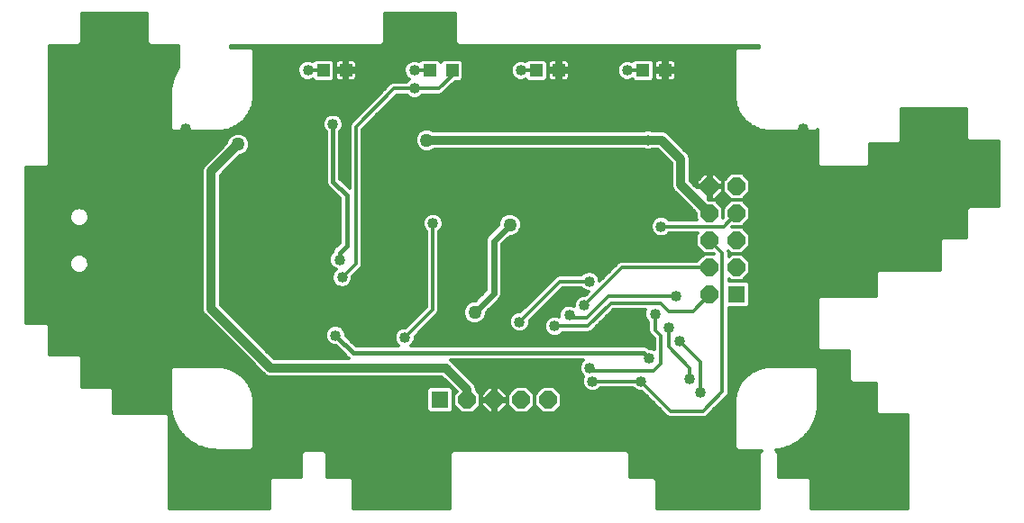
<source format=gbl>
G75*
%MOIN*%
%OFA0B0*%
%FSLAX24Y24*%
%IPPOS*%
%LPD*%
%AMOC8*
5,1,8,0,0,1.08239X$1,22.5*
%
%ADD10R,0.0472X0.0472*%
%ADD11R,0.0640X0.0640*%
%ADD12OC8,0.0640*%
%ADD13C,0.0400*%
%ADD14C,0.0450*%
%ADD15C,0.0120*%
%ADD16C,0.0240*%
%ADD17C,0.0320*%
%ADD18C,0.0500*%
%ADD19C,0.0160*%
D10*
X020633Y025574D03*
X021460Y025574D03*
X024570Y025574D03*
X025397Y025574D03*
X028507Y025574D03*
X029334Y025574D03*
X032444Y025574D03*
X033271Y025574D03*
D11*
X035916Y017274D03*
X024952Y013369D03*
D12*
X025952Y013369D03*
X026952Y013369D03*
X027952Y013369D03*
X028952Y013369D03*
X034916Y017274D03*
X034916Y018274D03*
X035916Y018274D03*
X035916Y019274D03*
X034916Y019274D03*
X034916Y020274D03*
X035916Y020274D03*
X035916Y021274D03*
X034916Y021274D03*
D13*
X033119Y019786D03*
X032347Y019658D03*
X033466Y018658D03*
X034170Y019274D03*
X033660Y017208D03*
X032891Y016558D03*
X033391Y016058D03*
X033791Y015558D03*
X032678Y014908D03*
X032378Y014058D03*
X031141Y012991D03*
X030578Y014058D03*
X030478Y014558D03*
X029733Y014497D03*
X029178Y016100D03*
X029721Y016515D03*
X030278Y016867D03*
X030468Y017758D03*
X027728Y017758D03*
X027678Y018958D03*
X026228Y018058D03*
X027878Y016258D03*
X028028Y015708D03*
X024266Y015741D03*
X023641Y015679D03*
X022128Y016008D03*
X021078Y015758D03*
X020478Y015958D03*
X021328Y017058D03*
X021328Y017908D03*
X021228Y018558D03*
X022528Y017958D03*
X022428Y019458D03*
X020758Y020658D03*
X019391Y021241D03*
X018578Y022616D03*
X020978Y023583D03*
X022141Y024991D03*
X023999Y024904D03*
X023999Y025574D03*
X024466Y023595D03*
X023278Y022658D03*
X024466Y022283D03*
X025478Y021158D03*
X025778Y022283D03*
X024678Y019908D03*
X024228Y018458D03*
X022291Y021658D03*
X019268Y018168D03*
X018468Y016528D03*
X017109Y017700D03*
X017109Y019078D03*
X015534Y015141D03*
X018290Y012385D03*
X020456Y013960D03*
X021834Y013960D03*
X028328Y021616D03*
X030489Y021223D03*
X029516Y023679D03*
X027391Y024741D03*
X027936Y025574D03*
X031873Y025574D03*
X031873Y024768D03*
X032641Y022991D03*
X034630Y023068D03*
X034241Y025574D03*
X035613Y026164D03*
X038369Y023408D03*
X037438Y022148D03*
X037418Y020795D03*
X037398Y018805D03*
X036798Y016538D03*
X036008Y015548D03*
X034178Y014158D03*
X034578Y013658D03*
X035613Y012385D03*
X038369Y015141D03*
X020062Y025574D03*
X018290Y026164D03*
X015534Y023408D03*
D14*
X025766Y014679D03*
X033160Y021658D03*
D15*
X012880Y013758D02*
X012880Y012880D01*
X014841Y012880D01*
X014947Y012774D01*
X014947Y009336D01*
X018622Y009336D01*
X018622Y010412D01*
X018727Y010517D01*
X019803Y010517D01*
X019803Y011396D01*
X019909Y011502D01*
X020648Y011502D01*
X020754Y011396D01*
X020754Y010517D01*
X021633Y010517D01*
X021738Y010412D01*
X021738Y009336D01*
X025315Y009336D01*
X025315Y011396D01*
X025420Y011502D01*
X031869Y011502D01*
X031974Y011396D01*
X031974Y010517D01*
X032853Y010517D01*
X032958Y010412D01*
X032958Y009336D01*
X036732Y009336D01*
X036732Y011396D01*
X036832Y011496D01*
X035932Y011496D01*
X035827Y011602D01*
X035827Y013184D01*
X035822Y013189D01*
X035827Y013257D01*
X035827Y013325D01*
X035832Y013331D01*
X035835Y013372D01*
X035827Y013384D01*
X035840Y013445D01*
X035845Y013506D01*
X035856Y013516D01*
X035866Y013563D01*
X035860Y013577D01*
X035881Y013634D01*
X035895Y013695D01*
X035907Y013703D01*
X035924Y013748D01*
X035920Y013762D01*
X035949Y013816D01*
X035971Y013874D01*
X035984Y013880D01*
X036008Y013923D01*
X036005Y013938D01*
X036042Y013987D01*
X036072Y014041D01*
X036086Y014045D01*
X036115Y014084D01*
X036115Y014099D01*
X036159Y014142D01*
X036196Y014192D01*
X036210Y014194D01*
X036245Y014228D01*
X036247Y014243D01*
X036296Y014280D01*
X036340Y014323D01*
X036355Y014323D01*
X036393Y014353D01*
X036398Y014367D01*
X036452Y014396D01*
X036501Y014433D01*
X036516Y014431D01*
X036558Y014455D01*
X036564Y014468D01*
X036622Y014489D01*
X036676Y014519D01*
X036690Y014515D01*
X036736Y014532D01*
X036744Y014544D01*
X036804Y014557D01*
X036862Y014579D01*
X036875Y014573D01*
X036923Y014583D01*
X036933Y014594D01*
X036994Y014599D01*
X037054Y014612D01*
X037067Y014604D01*
X037108Y014607D01*
X037113Y014612D01*
X037181Y014612D01*
X037249Y014617D01*
X037255Y014612D01*
X038837Y014612D01*
X038943Y014507D01*
X038943Y013319D01*
X038947Y013313D01*
X038943Y013245D01*
X038943Y013176D01*
X038938Y013171D01*
X038933Y013095D01*
X038940Y013083D01*
X038928Y013022D01*
X038924Y012959D01*
X038914Y012950D01*
X038897Y012868D01*
X038903Y012856D01*
X038883Y012797D01*
X038871Y012735D01*
X038860Y012728D01*
X038833Y012648D01*
X038837Y012635D01*
X038809Y012579D01*
X038789Y012520D01*
X038777Y012514D01*
X038740Y012439D01*
X038743Y012425D01*
X038708Y012373D01*
X038680Y012317D01*
X038667Y012313D01*
X038621Y012243D01*
X038622Y012230D01*
X038580Y012182D01*
X038545Y012130D01*
X038532Y012128D01*
X038477Y012065D01*
X038476Y012051D01*
X038429Y012010D01*
X038388Y011963D01*
X038374Y011962D01*
X038311Y011906D01*
X038309Y011893D01*
X038256Y011858D01*
X038209Y011817D01*
X038196Y011818D01*
X038126Y011771D01*
X038122Y011759D01*
X038065Y011731D01*
X038013Y011696D01*
X038000Y011699D01*
X037925Y011662D01*
X037919Y011649D01*
X037860Y011629D01*
X037803Y011602D01*
X037791Y011606D01*
X037711Y011579D01*
X037704Y011568D01*
X037642Y011555D01*
X037583Y011535D01*
X037571Y011541D01*
X037488Y011525D01*
X037480Y011515D01*
X037417Y011511D01*
X037372Y011502D01*
X037381Y011502D01*
X037486Y011396D01*
X037486Y010517D01*
X038562Y010517D01*
X038667Y010412D01*
X038667Y009336D01*
X042244Y009336D01*
X042244Y012815D01*
X041168Y012815D01*
X041063Y012920D01*
X041063Y013996D01*
X040184Y013996D01*
X040079Y014102D01*
X040079Y015177D01*
X039003Y015177D01*
X038898Y015283D01*
X038898Y017105D01*
X039003Y017210D01*
X041063Y017210D01*
X041063Y018089D01*
X041168Y018195D01*
X043425Y018195D01*
X043425Y019270D01*
X043531Y019376D01*
X044409Y019376D01*
X044409Y020451D01*
X044515Y020557D01*
X045591Y020557D01*
X045591Y022953D01*
X044515Y022953D01*
X044409Y023058D01*
X044409Y024134D01*
X042014Y024134D01*
X042014Y022960D01*
X041908Y022854D01*
X040832Y022854D01*
X040832Y022074D01*
X040727Y021969D01*
X039003Y021969D01*
X038898Y022074D01*
X038898Y023367D01*
X038837Y023307D01*
X037255Y023307D01*
X037249Y023302D01*
X037181Y023307D01*
X037113Y023307D01*
X037108Y023312D01*
X037067Y023315D01*
X037054Y023307D01*
X036994Y023320D01*
X036933Y023325D01*
X036923Y023336D01*
X036875Y023346D01*
X036862Y023340D01*
X036804Y023362D01*
X036744Y023375D01*
X036736Y023387D01*
X036690Y023404D01*
X036676Y023400D01*
X036622Y023430D01*
X036564Y023451D01*
X036558Y023465D01*
X036516Y023488D01*
X036501Y023486D01*
X036452Y023523D01*
X036398Y023552D01*
X036393Y023566D01*
X036355Y023596D01*
X036340Y023596D01*
X036296Y023639D01*
X036247Y023676D01*
X036245Y023691D01*
X036210Y023725D01*
X036196Y023727D01*
X036159Y023777D01*
X036115Y023820D01*
X036115Y023835D01*
X036086Y023874D01*
X036072Y023878D01*
X036042Y023932D01*
X036005Y023981D01*
X036008Y023996D01*
X035984Y024039D01*
X035971Y024045D01*
X035949Y024103D01*
X035920Y024157D01*
X035924Y024171D01*
X035907Y024216D01*
X035895Y024224D01*
X035881Y024285D01*
X035860Y024342D01*
X035866Y024356D01*
X035856Y024403D01*
X035845Y024413D01*
X035840Y024474D01*
X035827Y024535D01*
X035835Y024547D01*
X035832Y024588D01*
X035827Y024594D01*
X035827Y024662D01*
X035822Y024730D01*
X035827Y024735D01*
X035827Y026318D01*
X035932Y026423D01*
X036732Y026423D01*
X036732Y026496D01*
X025617Y026496D01*
X025512Y026602D01*
X025512Y027677D01*
X022919Y027677D01*
X022919Y026602D01*
X022814Y026496D01*
X017210Y026496D01*
X017210Y026423D01*
X017971Y026423D01*
X018077Y026318D01*
X018077Y024735D01*
X018081Y024730D01*
X018077Y024662D01*
X018077Y024594D01*
X018071Y024588D01*
X018068Y024547D01*
X018076Y024535D01*
X018063Y024474D01*
X018059Y024413D01*
X018048Y024403D01*
X018037Y024356D01*
X018043Y024342D01*
X018022Y024285D01*
X018009Y024224D01*
X017996Y024216D01*
X017979Y024171D01*
X017984Y024157D01*
X017954Y024103D01*
X017932Y024045D01*
X017919Y024039D01*
X017896Y023996D01*
X017898Y023981D01*
X017861Y023932D01*
X017831Y023878D01*
X017817Y023874D01*
X017788Y023835D01*
X017788Y023820D01*
X017744Y023777D01*
X017707Y023727D01*
X017693Y023725D01*
X017659Y023691D01*
X017656Y023676D01*
X017607Y023639D01*
X017563Y023596D01*
X017549Y023596D01*
X017510Y023566D01*
X017506Y023552D01*
X017452Y023523D01*
X017402Y023486D01*
X017388Y023488D01*
X017345Y023465D01*
X017339Y023451D01*
X017281Y023430D01*
X017227Y023400D01*
X017213Y023404D01*
X017167Y023387D01*
X017159Y023375D01*
X017099Y023362D01*
X017041Y023340D01*
X017028Y023346D01*
X016980Y023336D01*
X016971Y023325D01*
X016909Y023320D01*
X016849Y023307D01*
X016837Y023315D01*
X016795Y023312D01*
X016790Y023307D01*
X016722Y023307D01*
X016654Y023302D01*
X016648Y023307D01*
X015066Y023307D01*
X014961Y023413D01*
X014961Y024600D01*
X014956Y024606D01*
X014961Y024674D01*
X014961Y024743D01*
X014965Y024748D01*
X014970Y024825D01*
X014963Y024836D01*
X014975Y024897D01*
X014979Y024960D01*
X014989Y024969D01*
X015006Y025051D01*
X015000Y025063D01*
X015020Y025122D01*
X015032Y025184D01*
X015043Y025191D01*
X015070Y025271D01*
X015066Y025284D01*
X015094Y025340D01*
X015114Y025399D01*
X015126Y025405D01*
X015163Y025480D01*
X015161Y025494D01*
X015195Y025546D01*
X015223Y025602D01*
X015236Y025606D01*
X015276Y025666D01*
X015276Y026496D01*
X014200Y026496D01*
X014094Y026602D01*
X014094Y027677D01*
X011699Y027677D01*
X011699Y026602D01*
X011593Y026496D01*
X010517Y026496D01*
X010517Y022074D01*
X010412Y021969D01*
X009632Y021969D01*
X009632Y016226D01*
X010412Y016226D01*
X010517Y016121D01*
X010517Y015045D01*
X011593Y015045D01*
X011699Y014940D01*
X011699Y013864D01*
X012774Y013864D01*
X012880Y013758D01*
X012880Y013742D02*
X014961Y013742D01*
X014961Y013624D02*
X012880Y013624D01*
X012880Y013505D02*
X014961Y013505D01*
X014961Y013387D02*
X012880Y013387D01*
X012880Y013268D02*
X014959Y013268D01*
X014961Y013245D02*
X014961Y013176D01*
X014965Y013171D01*
X014970Y013095D01*
X014963Y013083D01*
X014975Y013022D01*
X014979Y012959D01*
X014989Y012950D01*
X015006Y012868D01*
X015000Y012856D01*
X015020Y012797D01*
X015032Y012735D01*
X015043Y012728D01*
X015070Y012648D01*
X015066Y012635D01*
X015094Y012579D01*
X015114Y012520D01*
X015126Y012514D01*
X015163Y012439D01*
X015161Y012425D01*
X015195Y012373D01*
X015223Y012317D01*
X015236Y012313D01*
X015282Y012243D01*
X015282Y012230D01*
X015323Y012182D01*
X015358Y012130D01*
X015371Y012128D01*
X015426Y012065D01*
X015427Y012051D01*
X015474Y012010D01*
X015516Y011963D01*
X015529Y011962D01*
X015592Y011906D01*
X015595Y011893D01*
X015647Y011858D01*
X015694Y011817D01*
X015708Y011818D01*
X015777Y011771D01*
X015782Y011759D01*
X015838Y011731D01*
X015890Y011696D01*
X015903Y011699D01*
X015978Y011662D01*
X015984Y011649D01*
X016044Y011629D01*
X016100Y011602D01*
X016113Y011606D01*
X016192Y011579D01*
X016200Y011568D01*
X016261Y011555D01*
X016321Y011535D01*
X016333Y011541D01*
X016415Y011525D01*
X016424Y011515D01*
X016486Y011511D01*
X016548Y011498D01*
X016559Y011506D01*
X016636Y011501D01*
X016641Y011496D01*
X016710Y011496D01*
X016778Y011492D01*
X016783Y011496D01*
X017971Y011496D01*
X018077Y011602D01*
X018077Y013184D01*
X018081Y013189D01*
X018077Y013257D01*
X018077Y013325D01*
X018071Y013331D01*
X018068Y013372D01*
X018076Y013384D01*
X018063Y013445D01*
X018059Y013506D01*
X018048Y013516D01*
X018037Y013563D01*
X018043Y013577D01*
X018022Y013634D01*
X018009Y013695D01*
X017996Y013703D01*
X017979Y013748D01*
X017984Y013762D01*
X017954Y013816D01*
X017932Y013874D01*
X017919Y013880D01*
X017896Y013923D01*
X017898Y013938D01*
X017861Y013987D01*
X017831Y014041D01*
X017817Y014045D01*
X017788Y014084D01*
X017788Y014099D01*
X017744Y014142D01*
X017707Y014192D01*
X017693Y014194D01*
X017659Y014228D01*
X017656Y014243D01*
X017607Y014280D01*
X017563Y014323D01*
X017549Y014323D01*
X017510Y014353D01*
X017506Y014367D01*
X017452Y014396D01*
X017402Y014433D01*
X017388Y014431D01*
X017345Y014455D01*
X017339Y014468D01*
X017281Y014489D01*
X017227Y014519D01*
X017213Y014515D01*
X017167Y014532D01*
X017159Y014544D01*
X017099Y014557D01*
X017041Y014579D01*
X017028Y014573D01*
X016980Y014583D01*
X016971Y014594D01*
X016909Y014599D01*
X016849Y014612D01*
X016837Y014604D01*
X016795Y014607D01*
X016790Y014612D01*
X016722Y014612D01*
X016654Y014617D01*
X016648Y014612D01*
X015066Y014612D01*
X014961Y014507D01*
X014961Y013319D01*
X014956Y013313D01*
X014961Y013245D01*
X014967Y013150D02*
X012880Y013150D01*
X012880Y013031D02*
X014973Y013031D01*
X014997Y012913D02*
X012880Y012913D01*
X012778Y013861D02*
X014961Y013861D01*
X014961Y013979D02*
X011699Y013979D01*
X011699Y014098D02*
X014961Y014098D01*
X014961Y014216D02*
X011699Y014216D01*
X011699Y014335D02*
X014961Y014335D01*
X014961Y014453D02*
X011699Y014453D01*
X011699Y014572D02*
X015026Y014572D01*
X016643Y016112D02*
X010517Y016112D01*
X010517Y015994D02*
X016762Y015994D01*
X016880Y015875D02*
X010517Y015875D01*
X010517Y015757D02*
X016999Y015757D01*
X017117Y015638D02*
X010517Y015638D01*
X010517Y015520D02*
X017236Y015520D01*
X017354Y015401D02*
X010517Y015401D01*
X010517Y015283D02*
X017473Y015283D01*
X017591Y015164D02*
X010517Y015164D01*
X010517Y015046D02*
X017710Y015046D01*
X017828Y014927D02*
X011699Y014927D01*
X011699Y014809D02*
X017947Y014809D01*
X018065Y014690D02*
X011699Y014690D01*
X009632Y016231D02*
X016525Y016231D01*
X016406Y016349D02*
X009632Y016349D01*
X009632Y016468D02*
X016288Y016468D01*
X016291Y016465D02*
X018486Y014269D01*
X018611Y014218D01*
X025014Y014218D01*
X025554Y013678D01*
X025452Y013576D01*
X025452Y013162D01*
X025745Y012869D01*
X026159Y012869D01*
X026452Y013162D01*
X026452Y013576D01*
X026292Y013736D01*
X026292Y013828D01*
X026240Y013953D01*
X026144Y014049D01*
X025347Y014846D01*
X025343Y014848D01*
X030231Y014848D01*
X030156Y014773D01*
X030098Y014633D01*
X030098Y014482D01*
X030156Y014342D01*
X030247Y014251D01*
X030198Y014133D01*
X030198Y013982D01*
X030256Y013842D01*
X030363Y013735D01*
X030503Y013678D01*
X030654Y013678D01*
X030794Y013735D01*
X030876Y013818D01*
X032081Y013818D01*
X032163Y013735D01*
X032303Y013678D01*
X032419Y013678D01*
X033342Y012754D01*
X033431Y012718D01*
X034721Y012718D01*
X034809Y012754D01*
X035587Y013532D01*
X035623Y013620D01*
X035623Y016774D01*
X036311Y016774D01*
X036416Y016880D01*
X036416Y017669D01*
X036311Y017774D01*
X035623Y017774D01*
X035623Y017860D01*
X035709Y017774D01*
X036123Y017774D01*
X036416Y018067D01*
X036416Y018482D01*
X043425Y018482D01*
X043425Y018364D02*
X036416Y018364D01*
X036416Y018482D02*
X036123Y018774D01*
X035709Y018774D01*
X035623Y018689D01*
X035623Y018800D01*
X035623Y018847D01*
X035623Y018848D01*
X035623Y018849D01*
X035615Y018869D01*
X035709Y018774D01*
X036123Y018774D01*
X036416Y019067D01*
X036416Y019482D01*
X036123Y019774D01*
X035751Y019774D01*
X035751Y019774D01*
X036123Y019774D01*
X036416Y020067D01*
X036416Y020482D01*
X036123Y020774D01*
X035709Y020774D01*
X035416Y020482D01*
X035123Y020774D01*
X034896Y020774D01*
X034875Y020794D01*
X034876Y020794D01*
X034876Y021234D01*
X034956Y021234D01*
X034956Y020794D01*
X035115Y020794D01*
X035396Y021076D01*
X035396Y021234D01*
X034956Y021234D01*
X034956Y021314D01*
X035396Y021314D01*
X035396Y021473D01*
X035115Y021754D01*
X034956Y021754D01*
X034956Y021314D01*
X034876Y021314D01*
X034876Y021234D01*
X034436Y021234D01*
X034436Y021231D01*
X034193Y021473D01*
X034193Y022346D01*
X034141Y022471D01*
X033429Y023184D01*
X033333Y023279D01*
X033208Y023331D01*
X032813Y023331D01*
X032716Y023371D01*
X032565Y023371D01*
X032468Y023331D01*
X024721Y023331D01*
X024697Y023356D01*
X024539Y023421D01*
X024368Y023421D01*
X024210Y023356D01*
X024089Y023235D01*
X024023Y023077D01*
X024023Y022905D01*
X024089Y022747D01*
X024210Y022626D01*
X024368Y022561D01*
X024539Y022561D01*
X024697Y022626D01*
X024721Y022651D01*
X032468Y022651D01*
X032565Y022611D01*
X032716Y022611D01*
X032813Y022651D01*
X033000Y022651D01*
X033513Y022138D01*
X033513Y021398D01*
X033513Y021331D01*
X033513Y021264D01*
X033513Y021263D01*
X033513Y021263D01*
X033539Y021201D01*
X033565Y021139D01*
X033565Y021138D01*
X033565Y021138D01*
X033613Y021090D01*
X033661Y021043D01*
X034416Y020292D01*
X034416Y020067D01*
X034453Y020031D01*
X033411Y020031D01*
X033334Y020108D01*
X033194Y020166D01*
X033043Y020166D01*
X032903Y020108D01*
X032796Y020002D01*
X032739Y019862D01*
X032739Y019711D01*
X032796Y019571D01*
X032903Y019464D01*
X033043Y019406D01*
X033194Y019406D01*
X033334Y019464D01*
X033421Y019551D01*
X034486Y019551D01*
X034416Y019482D01*
X034416Y019067D01*
X034709Y018774D01*
X034449Y018514D01*
X031638Y018514D01*
X031550Y018478D01*
X031482Y018410D01*
X030848Y017777D01*
X030848Y017833D01*
X030791Y017973D01*
X030684Y018080D01*
X030544Y018138D01*
X030393Y018138D01*
X030253Y018080D01*
X030171Y017998D01*
X029331Y017998D01*
X029242Y017961D01*
X027919Y016638D01*
X027803Y016638D01*
X027663Y016580D01*
X027556Y016473D01*
X027498Y016333D01*
X027498Y016182D01*
X027556Y016042D01*
X027663Y015935D01*
X027803Y015878D01*
X027954Y015878D01*
X028094Y015935D01*
X028201Y016042D01*
X028258Y016182D01*
X028258Y016298D01*
X029478Y017518D01*
X030171Y017518D01*
X030253Y017435D01*
X030393Y017378D01*
X030449Y017378D01*
X030319Y017247D01*
X030203Y017247D01*
X030063Y017190D01*
X029956Y017083D01*
X029898Y016943D01*
X029898Y016853D01*
X029797Y016895D01*
X029645Y016895D01*
X029506Y016837D01*
X029399Y016730D01*
X029341Y016591D01*
X029341Y016444D01*
X029254Y016480D01*
X029103Y016480D01*
X028963Y016422D01*
X028856Y016315D01*
X028798Y016176D01*
X028798Y016024D01*
X028856Y015885D01*
X028963Y015778D01*
X029103Y015720D01*
X029254Y015720D01*
X029394Y015778D01*
X029476Y015860D01*
X030447Y015860D01*
X030536Y015897D01*
X030603Y015964D01*
X031357Y016718D01*
X032546Y016718D01*
X032511Y016633D01*
X032511Y016482D01*
X032569Y016342D01*
X032653Y016258D01*
X032653Y015896D01*
X032690Y015808D01*
X032757Y015740D01*
X032863Y015634D01*
X032863Y015242D01*
X032754Y015288D01*
X032666Y015288D01*
X032626Y015328D01*
X032530Y015368D01*
X023867Y015368D01*
X023963Y015463D01*
X024021Y015603D01*
X024021Y015719D01*
X024882Y016580D01*
X024918Y016669D01*
X024918Y019610D01*
X025001Y019692D01*
X025058Y019832D01*
X025058Y019983D01*
X025001Y020123D01*
X024894Y020230D01*
X024754Y020288D01*
X024603Y020288D01*
X024463Y020230D01*
X024356Y020123D01*
X024298Y019983D01*
X024298Y019832D01*
X024356Y019692D01*
X024438Y019610D01*
X024438Y016816D01*
X023681Y016059D01*
X023565Y016059D01*
X023425Y016001D01*
X023318Y015894D01*
X023261Y015754D01*
X023261Y015603D01*
X023318Y015463D01*
X023414Y015368D01*
X021836Y015368D01*
X021458Y015745D01*
X021458Y015833D01*
X021401Y015973D01*
X021294Y016080D01*
X021154Y016138D01*
X021003Y016138D01*
X020863Y016080D01*
X020756Y015973D01*
X020698Y015833D01*
X020698Y015682D01*
X020756Y015542D01*
X020863Y015435D01*
X021003Y015378D01*
X021091Y015378D01*
X021508Y014960D01*
X021571Y014898D01*
X018819Y014898D01*
X016823Y016894D01*
X016823Y021696D01*
X017529Y022403D01*
X017564Y022403D01*
X017722Y022468D01*
X017843Y022589D01*
X017908Y022747D01*
X017908Y022918D01*
X017843Y023076D01*
X017722Y023197D01*
X017564Y023263D01*
X017393Y023263D01*
X017235Y023197D01*
X017114Y023076D01*
X017048Y022918D01*
X017048Y022883D01*
X016291Y022126D01*
X016195Y022030D01*
X016143Y021905D01*
X016143Y016685D01*
X016195Y016560D01*
X016291Y016465D01*
X016184Y016586D02*
X009632Y016586D01*
X009632Y016705D02*
X016143Y016705D01*
X016143Y016823D02*
X009632Y016823D01*
X009632Y016942D02*
X016143Y016942D01*
X016143Y017060D02*
X009632Y017060D01*
X009632Y017179D02*
X016143Y017179D01*
X016143Y017297D02*
X009632Y017297D01*
X009632Y017416D02*
X016143Y017416D01*
X016143Y017534D02*
X009632Y017534D01*
X009632Y017653D02*
X016143Y017653D01*
X016143Y017771D02*
X009632Y017771D01*
X009632Y017890D02*
X016143Y017890D01*
X016143Y018008D02*
X009632Y018008D01*
X009632Y018127D02*
X011374Y018127D01*
X011395Y018106D02*
X011526Y018051D01*
X011668Y018051D01*
X011800Y018106D01*
X011900Y018206D01*
X011954Y018337D01*
X011954Y018479D01*
X011900Y018611D01*
X011800Y018711D01*
X011668Y018766D01*
X011526Y018766D01*
X011395Y018711D01*
X011295Y018611D01*
X011240Y018479D01*
X011240Y018337D01*
X011295Y018206D01*
X011395Y018106D01*
X011278Y018245D02*
X009632Y018245D01*
X009632Y018364D02*
X011240Y018364D01*
X011241Y018482D02*
X009632Y018482D01*
X009632Y018601D02*
X011290Y018601D01*
X011414Y018719D02*
X009632Y018719D01*
X009632Y018838D02*
X016143Y018838D01*
X016143Y018956D02*
X009632Y018956D01*
X009632Y019075D02*
X016143Y019075D01*
X016143Y019193D02*
X009632Y019193D01*
X009632Y019312D02*
X016143Y019312D01*
X016143Y019430D02*
X009632Y019430D01*
X009632Y019549D02*
X016143Y019549D01*
X016143Y019667D02*
X009632Y019667D01*
X009632Y019786D02*
X011521Y019786D01*
X011526Y019783D02*
X011668Y019783D01*
X011800Y019838D01*
X011900Y019938D01*
X011954Y020070D01*
X011954Y020212D01*
X011900Y020343D01*
X011800Y020443D01*
X011668Y020498D01*
X011526Y020498D01*
X011395Y020443D01*
X011295Y020343D01*
X011240Y020212D01*
X011240Y020070D01*
X011295Y019938D01*
X011395Y019838D01*
X011526Y019783D01*
X011673Y019786D02*
X016143Y019786D01*
X016143Y019904D02*
X011866Y019904D01*
X011935Y020023D02*
X016143Y020023D01*
X016143Y020141D02*
X011954Y020141D01*
X011935Y020260D02*
X016143Y020260D01*
X016143Y020378D02*
X011865Y020378D01*
X011671Y020497D02*
X016143Y020497D01*
X016143Y020615D02*
X009632Y020615D01*
X009632Y020497D02*
X011523Y020497D01*
X011330Y020378D02*
X009632Y020378D01*
X009632Y020260D02*
X011260Y020260D01*
X011240Y020141D02*
X009632Y020141D01*
X009632Y020023D02*
X011260Y020023D01*
X011329Y019904D02*
X009632Y019904D01*
X009632Y020734D02*
X016143Y020734D01*
X016143Y020852D02*
X009632Y020852D01*
X009632Y020971D02*
X016143Y020971D01*
X016143Y021089D02*
X009632Y021089D01*
X009632Y021208D02*
X016143Y021208D01*
X016143Y021326D02*
X009632Y021326D01*
X009632Y021445D02*
X016143Y021445D01*
X016143Y021563D02*
X009632Y021563D01*
X009632Y021682D02*
X016143Y021682D01*
X016143Y021800D02*
X009632Y021800D01*
X009632Y021919D02*
X016149Y021919D01*
X016202Y022037D02*
X010481Y022037D01*
X010517Y022156D02*
X016321Y022156D01*
X016439Y022274D02*
X010517Y022274D01*
X010517Y022393D02*
X016558Y022393D01*
X016676Y022511D02*
X010517Y022511D01*
X010517Y022630D02*
X016795Y022630D01*
X016913Y022748D02*
X010517Y022748D01*
X010517Y022867D02*
X017032Y022867D01*
X017076Y022985D02*
X010517Y022985D01*
X010517Y023104D02*
X017141Y023104D01*
X017295Y023222D02*
X010517Y023222D01*
X010517Y023341D02*
X015033Y023341D01*
X014961Y023459D02*
X010517Y023459D01*
X010517Y023578D02*
X014961Y023578D01*
X014961Y023696D02*
X010517Y023696D01*
X010517Y023815D02*
X014961Y023815D01*
X014961Y023933D02*
X010517Y023933D01*
X010517Y024052D02*
X014961Y024052D01*
X014961Y024170D02*
X010517Y024170D01*
X010517Y024289D02*
X014961Y024289D01*
X014961Y024407D02*
X010517Y024407D01*
X010517Y024526D02*
X014961Y024526D01*
X014959Y024644D02*
X010517Y024644D01*
X010517Y024763D02*
X014966Y024763D01*
X014972Y024881D02*
X010517Y024881D01*
X010517Y025000D02*
X014996Y025000D01*
X015019Y025118D02*
X010517Y025118D01*
X010517Y025237D02*
X015059Y025237D01*
X015099Y025355D02*
X010517Y025355D01*
X010517Y025474D02*
X015160Y025474D01*
X015218Y025592D02*
X010517Y025592D01*
X010517Y025711D02*
X015276Y025711D01*
X015276Y025829D02*
X010517Y025829D01*
X010517Y025948D02*
X015276Y025948D01*
X015276Y026066D02*
X010517Y026066D01*
X010517Y026185D02*
X015276Y026185D01*
X015276Y026303D02*
X010517Y026303D01*
X010517Y026422D02*
X015276Y026422D01*
X014156Y026540D02*
X011637Y026540D01*
X011699Y026659D02*
X014094Y026659D01*
X014094Y026777D02*
X011699Y026777D01*
X011699Y026896D02*
X014094Y026896D01*
X014094Y027014D02*
X011699Y027014D01*
X011699Y027133D02*
X014094Y027133D01*
X014094Y027251D02*
X011699Y027251D01*
X011699Y027370D02*
X014094Y027370D01*
X014094Y027488D02*
X011699Y027488D01*
X011699Y027607D02*
X014094Y027607D01*
X017973Y026422D02*
X035931Y026422D01*
X035827Y026303D02*
X018077Y026303D01*
X018077Y026185D02*
X035827Y026185D01*
X035827Y026066D02*
X018077Y026066D01*
X018077Y025948D02*
X019971Y025948D01*
X019986Y025954D02*
X019847Y025896D01*
X019740Y025789D01*
X019682Y025649D01*
X019682Y025498D01*
X019740Y025358D01*
X019847Y025252D01*
X019986Y025194D01*
X020137Y025194D01*
X020242Y025237D01*
X020322Y025157D01*
X020944Y025157D01*
X021049Y025263D01*
X021049Y025884D01*
X020944Y025990D01*
X020322Y025990D01*
X020242Y025910D01*
X020137Y025954D01*
X019986Y025954D01*
X020152Y025948D02*
X020280Y025948D01*
X020062Y025574D02*
X020633Y025574D01*
X021049Y025592D02*
X021401Y025592D01*
X021401Y025632D02*
X021401Y025516D01*
X021063Y025516D01*
X021063Y025316D01*
X021074Y025276D01*
X021095Y025239D01*
X021125Y025209D01*
X021162Y025188D01*
X021202Y025177D01*
X021401Y025177D01*
X021401Y025516D01*
X021518Y025516D01*
X021518Y025632D01*
X021856Y025632D01*
X021856Y025831D01*
X021845Y025872D01*
X021824Y025908D01*
X021794Y025938D01*
X021758Y025959D01*
X021717Y025970D01*
X021518Y025970D01*
X021518Y025632D01*
X021401Y025632D01*
X021063Y025632D01*
X021063Y025831D01*
X021074Y025872D01*
X021095Y025908D01*
X021125Y025938D01*
X021162Y025959D01*
X021202Y025970D01*
X021401Y025970D01*
X021401Y025632D01*
X021401Y025711D02*
X021518Y025711D01*
X021518Y025829D02*
X021401Y025829D01*
X021401Y025948D02*
X021518Y025948D01*
X021777Y025948D02*
X023908Y025948D01*
X023923Y025954D02*
X023784Y025896D01*
X023677Y025789D01*
X023619Y025649D01*
X023619Y025498D01*
X023677Y025358D01*
X023784Y025252D01*
X023814Y025239D01*
X023784Y025227D01*
X023701Y025144D01*
X023203Y025144D01*
X023115Y025108D01*
X023047Y025040D01*
X021625Y023618D01*
X021588Y023530D01*
X021588Y021226D01*
X021243Y021571D01*
X021243Y022902D01*
X021244Y022903D01*
X021243Y022954D01*
X021243Y023005D01*
X021243Y023005D01*
X021240Y023307D01*
X021301Y023367D01*
X021358Y023507D01*
X021358Y023658D01*
X021301Y023798D01*
X021194Y023905D01*
X021054Y023963D01*
X020903Y023963D01*
X020763Y023905D01*
X020656Y023798D01*
X020598Y023658D01*
X020598Y023507D01*
X020656Y023367D01*
X020721Y023303D01*
X020723Y022952D01*
X020723Y021412D01*
X020763Y021316D01*
X021233Y020846D01*
X021233Y019191D01*
X021081Y019039D01*
X021008Y018966D01*
X020968Y018871D01*
X020968Y018835D01*
X020906Y018773D01*
X020848Y018633D01*
X020848Y018482D01*
X020906Y018342D01*
X021013Y018235D01*
X021088Y018204D01*
X021006Y018123D01*
X020948Y017983D01*
X020948Y017832D01*
X021006Y017692D01*
X021113Y017585D01*
X021253Y017528D01*
X021404Y017528D01*
X021544Y017585D01*
X021651Y017692D01*
X021708Y017832D01*
X021708Y017948D01*
X021964Y018204D01*
X022032Y018272D01*
X022068Y018360D01*
X022068Y023383D01*
X023350Y024664D01*
X023701Y024664D01*
X023784Y024582D01*
X023923Y024524D01*
X024074Y024524D01*
X024214Y024582D01*
X024296Y024664D01*
X024952Y024664D01*
X025040Y024701D01*
X025497Y025157D01*
X025707Y025157D01*
X025813Y025263D01*
X025813Y025884D01*
X025707Y025990D01*
X025086Y025990D01*
X024983Y025887D01*
X024881Y025990D01*
X024259Y025990D01*
X024179Y025910D01*
X024074Y025954D01*
X023923Y025954D01*
X024089Y025948D02*
X024217Y025948D01*
X023999Y025574D02*
X024570Y025574D01*
X024923Y025948D02*
X025043Y025948D01*
X025397Y025574D02*
X025397Y025397D01*
X024904Y024904D01*
X023999Y024904D01*
X023251Y024904D01*
X021828Y023482D01*
X021828Y018408D01*
X021328Y017908D01*
X020974Y017771D02*
X016823Y017771D01*
X016823Y017653D02*
X021046Y017653D01*
X021237Y017534D02*
X016823Y017534D01*
X016823Y017416D02*
X024438Y017416D01*
X024438Y017534D02*
X021420Y017534D01*
X021611Y017653D02*
X024438Y017653D01*
X024438Y017771D02*
X021683Y017771D01*
X021708Y017890D02*
X024438Y017890D01*
X024438Y018008D02*
X021768Y018008D01*
X021887Y018127D02*
X024438Y018127D01*
X024438Y018245D02*
X022005Y018245D01*
X022068Y018364D02*
X024438Y018364D01*
X024438Y018482D02*
X022068Y018482D01*
X022068Y018601D02*
X024438Y018601D01*
X024438Y018719D02*
X022068Y018719D01*
X022068Y018838D02*
X024438Y018838D01*
X024438Y018956D02*
X022068Y018956D01*
X022068Y019075D02*
X024438Y019075D01*
X024438Y019193D02*
X022068Y019193D01*
X022068Y019312D02*
X024438Y019312D01*
X024438Y019430D02*
X022068Y019430D01*
X022068Y019549D02*
X024438Y019549D01*
X024382Y019667D02*
X022068Y019667D01*
X022068Y019786D02*
X024318Y019786D01*
X024298Y019904D02*
X022068Y019904D01*
X022068Y020023D02*
X024315Y020023D01*
X024375Y020141D02*
X022068Y020141D01*
X022068Y020260D02*
X024535Y020260D01*
X024822Y020260D02*
X027375Y020260D01*
X027443Y020288D02*
X027285Y020222D01*
X027164Y020101D01*
X027098Y019943D01*
X027098Y019852D01*
X026674Y019427D01*
X026628Y019317D01*
X026628Y017432D01*
X026234Y017038D01*
X026143Y017038D01*
X025985Y016972D01*
X025864Y016851D01*
X025798Y016693D01*
X025798Y016522D01*
X025864Y016364D01*
X025985Y016243D01*
X026143Y016178D01*
X026314Y016178D01*
X026472Y016243D01*
X026593Y016364D01*
X026658Y016522D01*
X026658Y016613D01*
X027098Y017053D01*
X027183Y017138D01*
X027228Y017248D01*
X027228Y019133D01*
X027523Y019428D01*
X027614Y019428D01*
X027772Y019493D01*
X027893Y019614D01*
X027958Y019772D01*
X027958Y019943D01*
X027893Y020101D01*
X027772Y020222D01*
X027614Y020288D01*
X027443Y020288D01*
X027682Y020260D02*
X034416Y020260D01*
X034416Y020141D02*
X033255Y020141D01*
X032982Y020141D02*
X027853Y020141D01*
X027926Y020023D02*
X032817Y020023D01*
X032756Y019904D02*
X027958Y019904D01*
X027958Y019786D02*
X032739Y019786D01*
X032757Y019667D02*
X027915Y019667D01*
X027828Y019549D02*
X032819Y019549D01*
X032986Y019430D02*
X027620Y019430D01*
X027407Y019312D02*
X034416Y019312D01*
X034416Y019430D02*
X033251Y019430D01*
X033418Y019549D02*
X034483Y019549D01*
X034416Y019193D02*
X027288Y019193D01*
X027228Y019075D02*
X034416Y019075D01*
X034528Y018956D02*
X027228Y018956D01*
X027228Y018838D02*
X034646Y018838D01*
X034709Y018774D02*
X035072Y018774D01*
X035072Y018774D01*
X034709Y018774D01*
X034654Y018719D02*
X027228Y018719D01*
X027228Y018601D02*
X034535Y018601D01*
X034916Y018274D02*
X031686Y018274D01*
X030278Y016867D01*
X029947Y017060D02*
X029020Y017060D01*
X028902Y016942D02*
X029898Y016942D01*
X030052Y017179D02*
X029139Y017179D01*
X029257Y017297D02*
X030369Y017297D01*
X030301Y017416D02*
X029376Y017416D01*
X029378Y017758D02*
X027878Y016258D01*
X027527Y016112D02*
X024414Y016112D01*
X024532Y016231D02*
X026015Y016231D01*
X025879Y016349D02*
X024651Y016349D01*
X024769Y016468D02*
X025821Y016468D01*
X025798Y016586D02*
X024884Y016586D01*
X024918Y016705D02*
X025803Y016705D01*
X025852Y016823D02*
X024918Y016823D01*
X024918Y016942D02*
X025954Y016942D01*
X026257Y017060D02*
X024918Y017060D01*
X024918Y017179D02*
X026375Y017179D01*
X026494Y017297D02*
X024918Y017297D01*
X024918Y017416D02*
X026612Y017416D01*
X026628Y017534D02*
X024918Y017534D01*
X024918Y017653D02*
X026628Y017653D01*
X026628Y017771D02*
X024918Y017771D01*
X024918Y017890D02*
X026628Y017890D01*
X026628Y018008D02*
X024918Y018008D01*
X024918Y018127D02*
X026628Y018127D01*
X026628Y018245D02*
X024918Y018245D01*
X024918Y018364D02*
X026628Y018364D01*
X026628Y018482D02*
X024918Y018482D01*
X024918Y018601D02*
X026628Y018601D01*
X026628Y018719D02*
X024918Y018719D01*
X024918Y018838D02*
X026628Y018838D01*
X026628Y018956D02*
X024918Y018956D01*
X024918Y019075D02*
X026628Y019075D01*
X026628Y019193D02*
X024918Y019193D01*
X024918Y019312D02*
X026628Y019312D01*
X026677Y019430D02*
X024918Y019430D01*
X024918Y019549D02*
X026795Y019549D01*
X026914Y019667D02*
X024975Y019667D01*
X025039Y019786D02*
X027032Y019786D01*
X027098Y019904D02*
X025058Y019904D01*
X025042Y020023D02*
X027131Y020023D01*
X027204Y020141D02*
X024982Y020141D01*
X024678Y019908D02*
X024678Y016716D01*
X023641Y015679D01*
X023986Y015520D02*
X032863Y015520D01*
X032859Y015638D02*
X024021Y015638D01*
X024058Y015757D02*
X029015Y015757D01*
X028866Y015875D02*
X024177Y015875D01*
X024295Y015994D02*
X027605Y015994D01*
X027498Y016231D02*
X026442Y016231D01*
X026578Y016349D02*
X027505Y016349D01*
X027554Y016468D02*
X026636Y016468D01*
X026658Y016586D02*
X027678Y016586D01*
X027986Y016705D02*
X026750Y016705D01*
X026868Y016823D02*
X028104Y016823D01*
X028223Y016942D02*
X026987Y016942D01*
X027105Y017060D02*
X028341Y017060D01*
X028460Y017179D02*
X027200Y017179D01*
X027228Y017297D02*
X028578Y017297D01*
X028697Y017416D02*
X027228Y017416D01*
X027228Y017534D02*
X028815Y017534D01*
X028934Y017653D02*
X027228Y017653D01*
X027228Y017771D02*
X029052Y017771D01*
X029171Y017890D02*
X027228Y017890D01*
X027228Y018008D02*
X030182Y018008D01*
X030366Y018127D02*
X027228Y018127D01*
X027228Y018245D02*
X031317Y018245D01*
X031435Y018364D02*
X027228Y018364D01*
X027228Y018482D02*
X031559Y018482D01*
X031198Y018127D02*
X030571Y018127D01*
X030755Y018008D02*
X031080Y018008D01*
X030961Y017890D02*
X030825Y017890D01*
X030468Y017758D02*
X029378Y017758D01*
X029492Y016823D02*
X028783Y016823D01*
X028665Y016705D02*
X029388Y016705D01*
X029341Y016586D02*
X028546Y016586D01*
X028428Y016468D02*
X029073Y016468D01*
X029284Y016468D02*
X029341Y016468D01*
X029721Y016515D02*
X029821Y016415D01*
X030365Y016415D01*
X031157Y017208D01*
X033660Y017208D01*
X033110Y016958D02*
X031257Y016958D01*
X030400Y016100D01*
X029178Y016100D01*
X028798Y016112D02*
X028229Y016112D01*
X028258Y016231D02*
X028821Y016231D01*
X028890Y016349D02*
X028309Y016349D01*
X028152Y015994D02*
X028811Y015994D01*
X029342Y015757D02*
X032741Y015757D01*
X032662Y015875D02*
X030484Y015875D01*
X030633Y015994D02*
X032653Y015994D01*
X032653Y016112D02*
X030751Y016112D01*
X030870Y016231D02*
X032653Y016231D01*
X032566Y016349D02*
X030988Y016349D01*
X031107Y016468D02*
X032517Y016468D01*
X032511Y016586D02*
X031225Y016586D01*
X031344Y016705D02*
X032541Y016705D01*
X032891Y016558D02*
X032893Y016555D01*
X032893Y015944D01*
X033103Y015734D01*
X033103Y014714D01*
X032847Y014458D01*
X030578Y014458D01*
X030478Y014558D01*
X030122Y014690D02*
X025503Y014690D01*
X025385Y014809D02*
X030192Y014809D01*
X030098Y014572D02*
X025622Y014572D01*
X025740Y014453D02*
X030110Y014453D01*
X030164Y014335D02*
X025859Y014335D01*
X025977Y014216D02*
X030233Y014216D01*
X030198Y014098D02*
X026096Y014098D01*
X026214Y013979D02*
X030200Y013979D01*
X030249Y013861D02*
X029167Y013861D01*
X029159Y013869D02*
X028745Y013869D01*
X028452Y013576D01*
X028452Y013162D01*
X028745Y012869D01*
X029159Y012869D01*
X029452Y013162D01*
X029452Y013576D01*
X029159Y013869D01*
X029286Y013742D02*
X030357Y013742D01*
X030578Y014058D02*
X032378Y014058D01*
X033478Y012958D01*
X034673Y012958D01*
X035383Y013668D01*
X035383Y018801D01*
X034916Y019274D01*
X035426Y019791D02*
X035916Y020274D01*
X035416Y020260D02*
X035416Y020260D01*
X035416Y020378D02*
X035416Y020378D01*
X035416Y020482D02*
X035416Y020118D01*
X035416Y020118D01*
X035416Y020482D01*
X035401Y020497D02*
X035431Y020497D01*
X035550Y020615D02*
X035283Y020615D01*
X035164Y020734D02*
X035668Y020734D01*
X035709Y020774D02*
X036123Y020774D01*
X036416Y021067D01*
X036416Y021482D01*
X036123Y021774D01*
X035709Y021774D01*
X035416Y021482D01*
X035416Y021067D01*
X035709Y020774D01*
X035632Y020852D02*
X035173Y020852D01*
X035291Y020971D02*
X035513Y020971D01*
X035416Y021089D02*
X035396Y021089D01*
X035396Y021208D02*
X035416Y021208D01*
X035416Y021326D02*
X035396Y021326D01*
X035396Y021445D02*
X035416Y021445D01*
X035498Y021563D02*
X035306Y021563D01*
X035188Y021682D02*
X035616Y021682D01*
X036216Y021682D02*
X045591Y021682D01*
X045591Y021800D02*
X034193Y021800D01*
X034193Y021682D02*
X034644Y021682D01*
X034717Y021754D02*
X034436Y021473D01*
X034436Y021314D01*
X034876Y021314D01*
X034876Y021754D01*
X034717Y021754D01*
X034876Y021682D02*
X034956Y021682D01*
X034956Y021563D02*
X034876Y021563D01*
X034876Y021445D02*
X034956Y021445D01*
X034956Y021326D02*
X034876Y021326D01*
X034876Y021208D02*
X034956Y021208D01*
X034956Y021089D02*
X034876Y021089D01*
X034876Y020971D02*
X034956Y020971D01*
X034956Y020852D02*
X034876Y020852D01*
X034436Y021326D02*
X034341Y021326D01*
X034436Y021445D02*
X034221Y021445D01*
X034193Y021563D02*
X034526Y021563D01*
X034193Y021919D02*
X045591Y021919D01*
X045591Y022037D02*
X040796Y022037D01*
X040832Y022156D02*
X045591Y022156D01*
X045591Y022274D02*
X040832Y022274D01*
X040832Y022393D02*
X045591Y022393D01*
X045591Y022511D02*
X040832Y022511D01*
X040832Y022630D02*
X045591Y022630D01*
X045591Y022748D02*
X040832Y022748D01*
X041920Y022867D02*
X045591Y022867D01*
X044483Y022985D02*
X042014Y022985D01*
X042014Y023104D02*
X044409Y023104D01*
X044409Y023222D02*
X042014Y023222D01*
X042014Y023341D02*
X044409Y023341D01*
X044409Y023459D02*
X042014Y023459D01*
X042014Y023578D02*
X044409Y023578D01*
X044409Y023696D02*
X042014Y023696D01*
X042014Y023815D02*
X044409Y023815D01*
X044409Y023933D02*
X042014Y023933D01*
X042014Y024052D02*
X044409Y024052D01*
X045591Y021563D02*
X036335Y021563D01*
X036416Y021445D02*
X045591Y021445D01*
X045591Y021326D02*
X036416Y021326D01*
X036416Y021208D02*
X045591Y021208D01*
X045591Y021089D02*
X036416Y021089D01*
X036319Y020971D02*
X045591Y020971D01*
X045591Y020852D02*
X036201Y020852D01*
X036164Y020734D02*
X045591Y020734D01*
X045591Y020615D02*
X036283Y020615D01*
X036401Y020497D02*
X044455Y020497D01*
X044409Y020378D02*
X036416Y020378D01*
X036416Y020260D02*
X044409Y020260D01*
X044409Y020141D02*
X036416Y020141D01*
X036371Y020023D02*
X044409Y020023D01*
X044409Y019904D02*
X036253Y019904D01*
X036134Y019786D02*
X044409Y019786D01*
X044409Y019667D02*
X036231Y019667D01*
X036349Y019549D02*
X044409Y019549D01*
X044409Y019430D02*
X036416Y019430D01*
X036416Y019312D02*
X043466Y019312D01*
X043425Y019193D02*
X036416Y019193D01*
X036416Y019075D02*
X043425Y019075D01*
X043425Y018956D02*
X036305Y018956D01*
X036186Y018838D02*
X043425Y018838D01*
X043425Y018719D02*
X036179Y018719D01*
X036297Y018601D02*
X043425Y018601D01*
X043425Y018245D02*
X036416Y018245D01*
X036416Y018127D02*
X041100Y018127D01*
X041063Y018008D02*
X036357Y018008D01*
X036238Y017890D02*
X041063Y017890D01*
X041063Y017771D02*
X036314Y017771D01*
X036416Y017653D02*
X041063Y017653D01*
X041063Y017534D02*
X036416Y017534D01*
X036416Y017416D02*
X041063Y017416D01*
X041063Y017297D02*
X036416Y017297D01*
X036416Y017179D02*
X038971Y017179D01*
X038898Y017060D02*
X036416Y017060D01*
X036416Y016942D02*
X038898Y016942D01*
X038898Y016823D02*
X036359Y016823D01*
X035623Y016705D02*
X038898Y016705D01*
X038898Y016586D02*
X035623Y016586D01*
X035623Y016468D02*
X038898Y016468D01*
X038898Y016349D02*
X035623Y016349D01*
X035623Y016231D02*
X038898Y016231D01*
X038898Y016112D02*
X035623Y016112D01*
X035623Y015994D02*
X038898Y015994D01*
X038898Y015875D02*
X035623Y015875D01*
X035623Y015757D02*
X038898Y015757D01*
X038898Y015638D02*
X035623Y015638D01*
X035623Y015520D02*
X038898Y015520D01*
X038898Y015401D02*
X035623Y015401D01*
X035623Y015283D02*
X038898Y015283D01*
X038878Y014572D02*
X040079Y014572D01*
X040079Y014690D02*
X035623Y014690D01*
X035623Y014572D02*
X036843Y014572D01*
X036556Y014453D02*
X035623Y014453D01*
X035623Y014335D02*
X036369Y014335D01*
X036232Y014216D02*
X035623Y014216D01*
X035623Y014098D02*
X036115Y014098D01*
X036037Y013979D02*
X035623Y013979D01*
X035623Y013861D02*
X035966Y013861D01*
X035922Y013742D02*
X035623Y013742D01*
X035623Y013624D02*
X035877Y013624D01*
X035844Y013505D02*
X035560Y013505D01*
X035442Y013387D02*
X035828Y013387D01*
X035827Y013268D02*
X035323Y013268D01*
X035205Y013150D02*
X035827Y013150D01*
X035827Y013031D02*
X035086Y013031D01*
X034968Y012913D02*
X035827Y012913D01*
X035827Y012794D02*
X034849Y012794D01*
X034578Y013658D02*
X034578Y014770D01*
X033791Y015558D01*
X033391Y015336D02*
X033391Y016058D01*
X033410Y016658D02*
X034293Y016658D01*
X034916Y017274D01*
X035623Y018719D02*
X035654Y018719D01*
X035646Y018838D02*
X035623Y018838D01*
X035426Y019791D02*
X033193Y019791D01*
X033119Y019786D01*
X033972Y020734D02*
X022068Y020734D01*
X022068Y020852D02*
X033853Y020852D01*
X033734Y020971D02*
X022068Y020971D01*
X022068Y021089D02*
X033615Y021089D01*
X033661Y021043D02*
X033661Y021043D01*
X033536Y021208D02*
X022068Y021208D01*
X022068Y021326D02*
X033513Y021326D01*
X033513Y021398D02*
X033513Y021398D01*
X033513Y021445D02*
X022068Y021445D01*
X022068Y021563D02*
X033513Y021563D01*
X033513Y021682D02*
X022068Y021682D01*
X022068Y021800D02*
X033513Y021800D01*
X033513Y021919D02*
X022068Y021919D01*
X022068Y022037D02*
X033513Y022037D01*
X033495Y022156D02*
X022068Y022156D01*
X022068Y022274D02*
X033377Y022274D01*
X033258Y022393D02*
X022068Y022393D01*
X022068Y022511D02*
X033140Y022511D01*
X033021Y022630D02*
X032761Y022630D01*
X032520Y022630D02*
X024700Y022630D01*
X024207Y022630D02*
X022068Y022630D01*
X022068Y022748D02*
X024088Y022748D01*
X024039Y022867D02*
X022068Y022867D01*
X022068Y022985D02*
X024023Y022985D01*
X024034Y023104D02*
X022068Y023104D01*
X022068Y023222D02*
X024083Y023222D01*
X024195Y023341D02*
X022068Y023341D01*
X022145Y023459D02*
X036561Y023459D01*
X036379Y023578D02*
X022263Y023578D01*
X022382Y023696D02*
X036239Y023696D01*
X036121Y023815D02*
X022500Y023815D01*
X022619Y023933D02*
X036042Y023933D01*
X035968Y024052D02*
X022737Y024052D01*
X022856Y024170D02*
X035924Y024170D01*
X035880Y024289D02*
X022974Y024289D01*
X023093Y024407D02*
X035851Y024407D01*
X035829Y024526D02*
X024077Y024526D01*
X023921Y024526D02*
X023211Y024526D01*
X023330Y024644D02*
X023722Y024644D01*
X024276Y024644D02*
X035827Y024644D01*
X035827Y024763D02*
X025102Y024763D01*
X025220Y024881D02*
X035827Y024881D01*
X035827Y025000D02*
X025339Y025000D01*
X025457Y025118D02*
X035827Y025118D01*
X035827Y025237D02*
X033632Y025237D01*
X033635Y025239D02*
X033656Y025276D01*
X033667Y025316D01*
X033667Y025516D01*
X033329Y025516D01*
X033329Y025632D01*
X033667Y025632D01*
X033667Y025831D01*
X033656Y025872D01*
X033635Y025908D01*
X033605Y025938D01*
X033569Y025959D01*
X033528Y025970D01*
X033329Y025970D01*
X033329Y025632D01*
X033212Y025632D01*
X033212Y025516D01*
X032874Y025516D01*
X032874Y025316D01*
X032885Y025276D01*
X032906Y025239D01*
X032936Y025209D01*
X032973Y025188D01*
X033013Y025177D01*
X033212Y025177D01*
X033212Y025516D01*
X033329Y025516D01*
X033329Y025177D01*
X033528Y025177D01*
X033569Y025188D01*
X033605Y025209D01*
X033635Y025239D01*
X033667Y025355D02*
X035827Y025355D01*
X035827Y025474D02*
X033667Y025474D01*
X033667Y025711D02*
X035827Y025711D01*
X035827Y025829D02*
X033667Y025829D01*
X033588Y025948D02*
X035827Y025948D01*
X035827Y025592D02*
X033329Y025592D01*
X033212Y025592D02*
X032860Y025592D01*
X032874Y025632D02*
X032874Y025831D01*
X032885Y025872D01*
X032906Y025908D01*
X032936Y025938D01*
X032973Y025959D01*
X033013Y025970D01*
X033212Y025970D01*
X033212Y025632D01*
X032874Y025632D01*
X032874Y025711D02*
X032860Y025711D01*
X032860Y025829D02*
X032874Y025829D01*
X032860Y025884D02*
X032755Y025990D01*
X032133Y025990D01*
X032053Y025910D01*
X031949Y025954D01*
X031797Y025954D01*
X031658Y025896D01*
X031551Y025789D01*
X031493Y025649D01*
X031493Y025498D01*
X031551Y025358D01*
X031658Y025252D01*
X031797Y025194D01*
X031949Y025194D01*
X032053Y025237D01*
X032133Y025157D01*
X032755Y025157D01*
X032860Y025263D01*
X032860Y025884D01*
X032797Y025948D02*
X032953Y025948D01*
X033212Y025948D02*
X033329Y025948D01*
X033329Y025829D02*
X033212Y025829D01*
X033212Y025711D02*
X033329Y025711D01*
X033329Y025474D02*
X033212Y025474D01*
X033212Y025355D02*
X033329Y025355D01*
X033329Y025237D02*
X033212Y025237D01*
X032909Y025237D02*
X032834Y025237D01*
X032860Y025355D02*
X032874Y025355D01*
X032860Y025474D02*
X032874Y025474D01*
X032444Y025574D02*
X031873Y025574D01*
X031518Y025711D02*
X029730Y025711D01*
X029730Y025632D02*
X029730Y025831D01*
X029719Y025872D01*
X029698Y025908D01*
X029668Y025938D01*
X029632Y025959D01*
X029591Y025970D01*
X029392Y025970D01*
X029392Y025632D01*
X029730Y025632D01*
X029730Y025516D02*
X029392Y025516D01*
X029392Y025632D01*
X029275Y025632D01*
X029275Y025516D01*
X028937Y025516D01*
X028937Y025316D01*
X028948Y025276D01*
X028969Y025239D01*
X028999Y025209D01*
X029036Y025188D01*
X029076Y025177D01*
X029275Y025177D01*
X029275Y025516D01*
X029392Y025516D01*
X029392Y025177D01*
X029591Y025177D01*
X029632Y025188D01*
X029668Y025209D01*
X029698Y025239D01*
X029719Y025276D01*
X029730Y025316D01*
X029730Y025516D01*
X029730Y025474D02*
X031503Y025474D01*
X031493Y025592D02*
X029392Y025592D01*
X029275Y025592D02*
X028923Y025592D01*
X028937Y025632D02*
X028937Y025831D01*
X028948Y025872D01*
X028969Y025908D01*
X028999Y025938D01*
X029036Y025959D01*
X029076Y025970D01*
X029275Y025970D01*
X029275Y025632D01*
X028937Y025632D01*
X028937Y025711D02*
X028923Y025711D01*
X028923Y025829D02*
X028937Y025829D01*
X028923Y025884D02*
X028818Y025990D01*
X028196Y025990D01*
X028116Y025910D01*
X028011Y025954D01*
X027860Y025954D01*
X027721Y025896D01*
X027614Y025789D01*
X027556Y025649D01*
X027556Y025498D01*
X027614Y025358D01*
X027721Y025252D01*
X027860Y025194D01*
X028011Y025194D01*
X028116Y025237D01*
X028196Y025157D01*
X028818Y025157D01*
X028923Y025263D01*
X028923Y025884D01*
X028860Y025948D02*
X029016Y025948D01*
X029275Y025948D02*
X029392Y025948D01*
X029392Y025829D02*
X029275Y025829D01*
X029275Y025711D02*
X029392Y025711D01*
X029392Y025474D02*
X029275Y025474D01*
X029275Y025355D02*
X029392Y025355D01*
X029392Y025237D02*
X029275Y025237D01*
X028972Y025237D02*
X028897Y025237D01*
X028923Y025355D02*
X028937Y025355D01*
X028923Y025474D02*
X028937Y025474D01*
X028507Y025574D02*
X027936Y025574D01*
X027581Y025711D02*
X025813Y025711D01*
X025813Y025829D02*
X027654Y025829D01*
X027845Y025948D02*
X025750Y025948D01*
X025813Y025592D02*
X027556Y025592D01*
X027566Y025474D02*
X025813Y025474D01*
X025813Y025355D02*
X027617Y025355D01*
X027757Y025237D02*
X025786Y025237D01*
X025573Y026540D02*
X022858Y026540D01*
X022919Y026659D02*
X025512Y026659D01*
X025512Y026777D02*
X022919Y026777D01*
X022919Y026896D02*
X025512Y026896D01*
X025512Y027014D02*
X022919Y027014D01*
X022919Y027133D02*
X025512Y027133D01*
X025512Y027251D02*
X022919Y027251D01*
X022919Y027370D02*
X025512Y027370D01*
X025512Y027488D02*
X022919Y027488D01*
X022919Y027607D02*
X025512Y027607D01*
X023717Y025829D02*
X021856Y025829D01*
X021856Y025711D02*
X023644Y025711D01*
X023619Y025592D02*
X021518Y025592D01*
X021518Y025516D02*
X021856Y025516D01*
X021856Y025316D01*
X021845Y025276D01*
X021824Y025239D01*
X021794Y025209D01*
X021758Y025188D01*
X021717Y025177D01*
X021518Y025177D01*
X021518Y025516D01*
X021518Y025474D02*
X021401Y025474D01*
X021401Y025355D02*
X021518Y025355D01*
X021518Y025237D02*
X021401Y025237D01*
X021098Y025237D02*
X021023Y025237D01*
X021049Y025355D02*
X021063Y025355D01*
X021049Y025474D02*
X021063Y025474D01*
X021049Y025711D02*
X021063Y025711D01*
X021049Y025829D02*
X021063Y025829D01*
X020986Y025948D02*
X021142Y025948D01*
X021856Y025474D02*
X023629Y025474D01*
X023680Y025355D02*
X021856Y025355D01*
X021821Y025237D02*
X023808Y025237D01*
X023139Y025118D02*
X018077Y025118D01*
X018077Y025000D02*
X023007Y025000D01*
X022888Y024881D02*
X018077Y024881D01*
X018077Y024763D02*
X022770Y024763D01*
X022651Y024644D02*
X018077Y024644D01*
X018074Y024526D02*
X022533Y024526D01*
X022414Y024407D02*
X018052Y024407D01*
X018023Y024289D02*
X022296Y024289D01*
X022177Y024170D02*
X017980Y024170D01*
X017935Y024052D02*
X022059Y024052D01*
X021940Y023933D02*
X021125Y023933D01*
X021284Y023815D02*
X021822Y023815D01*
X021703Y023696D02*
X021343Y023696D01*
X021358Y023578D02*
X021608Y023578D01*
X021588Y023459D02*
X021339Y023459D01*
X021274Y023341D02*
X021588Y023341D01*
X021588Y023222D02*
X021241Y023222D01*
X021242Y023104D02*
X021588Y023104D01*
X021588Y022985D02*
X021243Y022985D01*
X021243Y022867D02*
X021588Y022867D01*
X021588Y022748D02*
X021243Y022748D01*
X021243Y022630D02*
X021588Y022630D01*
X021588Y022511D02*
X021243Y022511D01*
X021243Y022393D02*
X021588Y022393D01*
X021588Y022274D02*
X021243Y022274D01*
X021243Y022156D02*
X021588Y022156D01*
X021588Y022037D02*
X021243Y022037D01*
X021243Y021919D02*
X021588Y021919D01*
X021588Y021800D02*
X021243Y021800D01*
X021243Y021682D02*
X021588Y021682D01*
X021588Y021563D02*
X021251Y021563D01*
X021370Y021445D02*
X021588Y021445D01*
X021588Y021326D02*
X021488Y021326D01*
X021108Y020971D02*
X016823Y020971D01*
X016823Y021089D02*
X020990Y021089D01*
X020871Y021208D02*
X016823Y021208D01*
X016823Y021326D02*
X020759Y021326D01*
X020723Y021445D02*
X016823Y021445D01*
X016823Y021563D02*
X020723Y021563D01*
X020723Y021682D02*
X016823Y021682D01*
X016927Y021800D02*
X020723Y021800D01*
X020723Y021919D02*
X017045Y021919D01*
X017164Y022037D02*
X020723Y022037D01*
X020723Y022156D02*
X017282Y022156D01*
X017401Y022274D02*
X020723Y022274D01*
X020723Y022393D02*
X017519Y022393D01*
X017765Y022511D02*
X020723Y022511D01*
X020723Y022630D02*
X017860Y022630D01*
X017908Y022748D02*
X020723Y022748D01*
X020723Y022867D02*
X017908Y022867D01*
X017881Y022985D02*
X020723Y022985D01*
X020722Y023104D02*
X017816Y023104D01*
X017662Y023222D02*
X020721Y023222D01*
X020683Y023341D02*
X017042Y023341D01*
X017041Y023341D02*
X017001Y023341D01*
X017342Y023459D02*
X020618Y023459D01*
X020598Y023578D02*
X017525Y023578D01*
X017664Y023696D02*
X020614Y023696D01*
X020673Y023815D02*
X017782Y023815D01*
X017862Y023933D02*
X020832Y023933D01*
X020243Y025237D02*
X020241Y025237D01*
X019883Y025237D02*
X018077Y025237D01*
X018077Y025355D02*
X019743Y025355D01*
X019692Y025474D02*
X018077Y025474D01*
X018077Y025592D02*
X019682Y025592D01*
X019707Y025711D02*
X018077Y025711D01*
X018077Y025829D02*
X019780Y025829D01*
X024712Y023341D02*
X032491Y023341D01*
X032790Y023341D02*
X036861Y023341D01*
X036863Y023341D02*
X036902Y023341D01*
X038871Y023341D02*
X038898Y023341D01*
X038898Y023222D02*
X033390Y023222D01*
X033509Y023104D02*
X038898Y023104D01*
X038898Y022985D02*
X033627Y022985D01*
X033746Y022867D02*
X038898Y022867D01*
X038898Y022748D02*
X033864Y022748D01*
X033983Y022630D02*
X038898Y022630D01*
X038898Y022511D02*
X034101Y022511D01*
X034174Y022393D02*
X038898Y022393D01*
X038898Y022274D02*
X034193Y022274D01*
X034193Y022156D02*
X038898Y022156D01*
X038935Y022037D02*
X034193Y022037D01*
X034091Y020615D02*
X022068Y020615D01*
X022068Y020497D02*
X034211Y020497D01*
X034330Y020378D02*
X022068Y020378D01*
X021233Y020378D02*
X016823Y020378D01*
X016823Y020260D02*
X021233Y020260D01*
X021233Y020141D02*
X016823Y020141D01*
X016823Y020023D02*
X021233Y020023D01*
X021233Y019904D02*
X016823Y019904D01*
X016823Y019786D02*
X021233Y019786D01*
X021233Y019667D02*
X016823Y019667D01*
X016823Y019549D02*
X021233Y019549D01*
X021233Y019430D02*
X016823Y019430D01*
X016823Y019312D02*
X021233Y019312D01*
X021233Y019193D02*
X016823Y019193D01*
X016823Y019075D02*
X021116Y019075D01*
X021081Y019039D02*
X021081Y019039D01*
X021004Y018956D02*
X016823Y018956D01*
X016823Y018838D02*
X020968Y018838D01*
X020884Y018719D02*
X016823Y018719D01*
X016823Y018601D02*
X020848Y018601D01*
X020848Y018482D02*
X016823Y018482D01*
X016823Y018364D02*
X020897Y018364D01*
X021004Y018245D02*
X016823Y018245D01*
X016823Y018127D02*
X021010Y018127D01*
X020959Y018008D02*
X016823Y018008D01*
X016823Y017890D02*
X020948Y017890D01*
X020941Y016112D02*
X017605Y016112D01*
X017723Y015994D02*
X020777Y015994D01*
X020716Y015875D02*
X017842Y015875D01*
X017960Y015757D02*
X020698Y015757D01*
X020717Y015638D02*
X018079Y015638D01*
X018197Y015520D02*
X020779Y015520D01*
X020946Y015401D02*
X018316Y015401D01*
X018434Y015283D02*
X021186Y015283D01*
X021304Y015164D02*
X018553Y015164D01*
X018671Y015046D02*
X021423Y015046D01*
X021541Y014927D02*
X018790Y014927D01*
X018302Y014453D02*
X017348Y014453D01*
X017534Y014335D02*
X018421Y014335D01*
X018184Y014572D02*
X017061Y014572D01*
X017671Y014216D02*
X025016Y014216D01*
X025134Y014098D02*
X017788Y014098D01*
X017867Y013979D02*
X025253Y013979D01*
X025346Y013869D02*
X025452Y013764D01*
X025452Y012974D01*
X025346Y012869D01*
X024557Y012869D01*
X024452Y012974D01*
X024452Y013764D01*
X024557Y013869D01*
X025346Y013869D01*
X025355Y013861D02*
X025371Y013861D01*
X025452Y013742D02*
X025490Y013742D01*
X025499Y013624D02*
X025452Y013624D01*
X025452Y013505D02*
X025452Y013505D01*
X025452Y013387D02*
X025452Y013387D01*
X025452Y013268D02*
X025452Y013268D01*
X025452Y013150D02*
X025464Y013150D01*
X025452Y013031D02*
X025582Y013031D01*
X025701Y012913D02*
X025390Y012913D01*
X026202Y012913D02*
X026729Y012913D01*
X026753Y012889D02*
X026472Y013170D01*
X026472Y013329D01*
X026912Y013329D01*
X026992Y013329D01*
X026992Y013409D01*
X027432Y013409D01*
X027432Y013568D01*
X027150Y013849D01*
X026992Y013849D01*
X026992Y013409D01*
X026912Y013409D01*
X026912Y013849D01*
X026753Y013849D01*
X026472Y013568D01*
X026472Y013409D01*
X026912Y013409D01*
X026912Y013329D01*
X026912Y012889D01*
X026753Y012889D01*
X026912Y012913D02*
X026992Y012913D01*
X026992Y012889D02*
X027150Y012889D01*
X027432Y013170D01*
X027432Y013329D01*
X026992Y013329D01*
X026992Y012889D01*
X026992Y013031D02*
X026912Y013031D01*
X026912Y013150D02*
X026992Y013150D01*
X026992Y013268D02*
X026912Y013268D01*
X026912Y013387D02*
X026452Y013387D01*
X026452Y013505D02*
X026472Y013505D01*
X026527Y013624D02*
X026404Y013624D01*
X026292Y013742D02*
X026646Y013742D01*
X026912Y013742D02*
X026992Y013742D01*
X026992Y013624D02*
X026912Y013624D01*
X026912Y013505D02*
X026992Y013505D01*
X026992Y013387D02*
X027452Y013387D01*
X027452Y013505D02*
X027432Y013505D01*
X027452Y013576D02*
X027452Y013162D01*
X027745Y012869D01*
X028159Y012869D01*
X028452Y013162D01*
X028452Y013576D01*
X028159Y013869D01*
X027745Y013869D01*
X027452Y013576D01*
X027499Y013624D02*
X027376Y013624D01*
X027257Y013742D02*
X027618Y013742D01*
X027736Y013861D02*
X026278Y013861D01*
X026452Y013268D02*
X026472Y013268D01*
X026492Y013150D02*
X026439Y013150D01*
X026321Y013031D02*
X026611Y013031D01*
X027174Y012913D02*
X027701Y012913D01*
X027582Y013031D02*
X027293Y013031D01*
X027411Y013150D02*
X027464Y013150D01*
X027452Y013268D02*
X027432Y013268D01*
X028202Y012913D02*
X028701Y012913D01*
X028582Y013031D02*
X028321Y013031D01*
X028439Y013150D02*
X028464Y013150D01*
X028452Y013268D02*
X028452Y013268D01*
X028452Y013387D02*
X028452Y013387D01*
X028452Y013505D02*
X028452Y013505D01*
X028499Y013624D02*
X028404Y013624D01*
X028286Y013742D02*
X028618Y013742D01*
X028736Y013861D02*
X028167Y013861D01*
X029404Y013624D02*
X032473Y013624D01*
X032592Y013505D02*
X029452Y013505D01*
X029452Y013387D02*
X032710Y013387D01*
X032829Y013268D02*
X029452Y013268D01*
X029439Y013150D02*
X032947Y013150D01*
X033066Y013031D02*
X029321Y013031D01*
X029202Y012913D02*
X033184Y012913D01*
X033303Y012794D02*
X018077Y012794D01*
X018077Y012676D02*
X035827Y012676D01*
X035827Y012557D02*
X018077Y012557D01*
X018077Y012439D02*
X035827Y012439D01*
X035827Y012320D02*
X018077Y012320D01*
X018077Y012202D02*
X035827Y012202D01*
X035827Y012083D02*
X018077Y012083D01*
X018077Y011965D02*
X035827Y011965D01*
X035827Y011846D02*
X018077Y011846D01*
X018077Y011728D02*
X035827Y011728D01*
X035827Y011609D02*
X018077Y011609D01*
X018077Y012913D02*
X024514Y012913D01*
X024452Y013031D02*
X018077Y013031D01*
X018077Y013150D02*
X024452Y013150D01*
X024452Y013268D02*
X018077Y013268D01*
X018076Y013387D02*
X024452Y013387D01*
X024452Y013505D02*
X018059Y013505D01*
X018026Y013624D02*
X024452Y013624D01*
X024452Y013742D02*
X017982Y013742D01*
X017938Y013861D02*
X024549Y013861D01*
X023901Y015401D02*
X032863Y015401D01*
X032863Y015283D02*
X032766Y015283D01*
X033391Y015336D02*
X034178Y014548D01*
X034178Y014158D01*
X035623Y014809D02*
X040079Y014809D01*
X040079Y014927D02*
X035623Y014927D01*
X035623Y015046D02*
X040079Y015046D01*
X040079Y015164D02*
X035623Y015164D01*
X033410Y016658D02*
X033110Y016958D01*
X032157Y013742D02*
X030800Y013742D01*
X031880Y011491D02*
X036827Y011491D01*
X036732Y011372D02*
X031974Y011372D01*
X031974Y011254D02*
X036732Y011254D01*
X036732Y011135D02*
X031974Y011135D01*
X031974Y011017D02*
X036732Y011017D01*
X036732Y010898D02*
X031974Y010898D01*
X031974Y010780D02*
X036732Y010780D01*
X036732Y010661D02*
X031974Y010661D01*
X031974Y010543D02*
X036732Y010543D01*
X036732Y010424D02*
X032946Y010424D01*
X032958Y010306D02*
X036732Y010306D01*
X036732Y010187D02*
X032958Y010187D01*
X032958Y010069D02*
X036732Y010069D01*
X036732Y009950D02*
X032958Y009950D01*
X032958Y009832D02*
X036732Y009832D01*
X036732Y009713D02*
X032958Y009713D01*
X032958Y009595D02*
X036732Y009595D01*
X036732Y009476D02*
X032958Y009476D01*
X032958Y009358D02*
X036732Y009358D01*
X037486Y010543D02*
X042244Y010543D01*
X042244Y010661D02*
X037486Y010661D01*
X037486Y010780D02*
X042244Y010780D01*
X042244Y010898D02*
X037486Y010898D01*
X037486Y011017D02*
X042244Y011017D01*
X042244Y011135D02*
X037486Y011135D01*
X037486Y011254D02*
X042244Y011254D01*
X042244Y011372D02*
X037486Y011372D01*
X037392Y011491D02*
X042244Y011491D01*
X042244Y011609D02*
X037818Y011609D01*
X038061Y011728D02*
X042244Y011728D01*
X042244Y011846D02*
X038242Y011846D01*
X038389Y011965D02*
X042244Y011965D01*
X042244Y012083D02*
X038493Y012083D01*
X038597Y012202D02*
X042244Y012202D01*
X042244Y012320D02*
X038682Y012320D01*
X038740Y012439D02*
X042244Y012439D01*
X042244Y012557D02*
X038802Y012557D01*
X038842Y012676D02*
X042244Y012676D01*
X042244Y012794D02*
X038883Y012794D01*
X038906Y012913D02*
X041071Y012913D01*
X041063Y013031D02*
X038930Y013031D01*
X038936Y013150D02*
X041063Y013150D01*
X041063Y013268D02*
X038944Y013268D01*
X038943Y013387D02*
X041063Y013387D01*
X041063Y013505D02*
X038943Y013505D01*
X038943Y013624D02*
X041063Y013624D01*
X041063Y013742D02*
X038943Y013742D01*
X038943Y013861D02*
X041063Y013861D01*
X041063Y013979D02*
X038943Y013979D01*
X038943Y014098D02*
X040083Y014098D01*
X040079Y014216D02*
X038943Y014216D01*
X038943Y014335D02*
X040079Y014335D01*
X040079Y014453D02*
X038943Y014453D01*
X038655Y010424D02*
X042244Y010424D01*
X042244Y010306D02*
X038667Y010306D01*
X038667Y010187D02*
X042244Y010187D01*
X042244Y010069D02*
X038667Y010069D01*
X038667Y009950D02*
X042244Y009950D01*
X042244Y009832D02*
X038667Y009832D01*
X038667Y009713D02*
X042244Y009713D01*
X042244Y009595D02*
X038667Y009595D01*
X038667Y009476D02*
X042244Y009476D01*
X042244Y009358D02*
X038667Y009358D01*
X035416Y020141D02*
X035416Y020141D01*
X032054Y025237D02*
X032052Y025237D01*
X031694Y025237D02*
X029695Y025237D01*
X029730Y025355D02*
X031554Y025355D01*
X031591Y025829D02*
X029730Y025829D01*
X029651Y025948D02*
X031782Y025948D01*
X031963Y025948D02*
X032091Y025948D01*
X028154Y025948D02*
X028026Y025948D01*
X028115Y025237D02*
X028117Y025237D01*
X021227Y020852D02*
X016823Y020852D01*
X016823Y020734D02*
X021233Y020734D01*
X021233Y020615D02*
X016823Y020615D01*
X016823Y020497D02*
X021233Y020497D01*
X024438Y017297D02*
X016823Y017297D01*
X016823Y017179D02*
X024438Y017179D01*
X024438Y017060D02*
X016823Y017060D01*
X016823Y016942D02*
X024438Y016942D01*
X024438Y016823D02*
X016894Y016823D01*
X017012Y016705D02*
X024327Y016705D01*
X024209Y016586D02*
X017131Y016586D01*
X017249Y016468D02*
X024090Y016468D01*
X023972Y016349D02*
X017368Y016349D01*
X017486Y016231D02*
X023853Y016231D01*
X023735Y016112D02*
X021216Y016112D01*
X021380Y015994D02*
X023418Y015994D01*
X023311Y015875D02*
X021441Y015875D01*
X021458Y015757D02*
X023262Y015757D01*
X023261Y015638D02*
X021566Y015638D01*
X021684Y015520D02*
X023295Y015520D01*
X023381Y015401D02*
X021803Y015401D01*
X020659Y011491D02*
X025409Y011491D01*
X025315Y011372D02*
X020754Y011372D01*
X020754Y011254D02*
X025315Y011254D01*
X025315Y011135D02*
X020754Y011135D01*
X020754Y011017D02*
X025315Y011017D01*
X025315Y010898D02*
X020754Y010898D01*
X020754Y010780D02*
X025315Y010780D01*
X025315Y010661D02*
X020754Y010661D01*
X020754Y010543D02*
X025315Y010543D01*
X025315Y010424D02*
X021726Y010424D01*
X021738Y010306D02*
X025315Y010306D01*
X025315Y010187D02*
X021738Y010187D01*
X021738Y010069D02*
X025315Y010069D01*
X025315Y009950D02*
X021738Y009950D01*
X021738Y009832D02*
X025315Y009832D01*
X025315Y009713D02*
X021738Y009713D01*
X021738Y009595D02*
X025315Y009595D01*
X025315Y009476D02*
X021738Y009476D01*
X021738Y009358D02*
X025315Y009358D01*
X019803Y010543D02*
X014947Y010543D01*
X014947Y010661D02*
X019803Y010661D01*
X019803Y010780D02*
X014947Y010780D01*
X014947Y010898D02*
X019803Y010898D01*
X019803Y011017D02*
X014947Y011017D01*
X014947Y011135D02*
X019803Y011135D01*
X019803Y011254D02*
X014947Y011254D01*
X014947Y011372D02*
X019803Y011372D01*
X019897Y011491D02*
X014947Y011491D01*
X014947Y011609D02*
X016085Y011609D01*
X015843Y011728D02*
X014947Y011728D01*
X014947Y011846D02*
X015661Y011846D01*
X015514Y011965D02*
X014947Y011965D01*
X014947Y012083D02*
X015410Y012083D01*
X015306Y012202D02*
X014947Y012202D01*
X014947Y012320D02*
X015222Y012320D01*
X015163Y012439D02*
X014947Y012439D01*
X014947Y012557D02*
X015101Y012557D01*
X015061Y012676D02*
X014947Y012676D01*
X014927Y012794D02*
X015021Y012794D01*
X014947Y010424D02*
X018634Y010424D01*
X018622Y010306D02*
X014947Y010306D01*
X014947Y010187D02*
X018622Y010187D01*
X018622Y010069D02*
X014947Y010069D01*
X014947Y009950D02*
X018622Y009950D01*
X018622Y009832D02*
X014947Y009832D01*
X014947Y009713D02*
X018622Y009713D01*
X018622Y009595D02*
X014947Y009595D01*
X014947Y009476D02*
X018622Y009476D01*
X018622Y009358D02*
X014947Y009358D01*
X016143Y018127D02*
X011821Y018127D01*
X011916Y018245D02*
X016143Y018245D01*
X016143Y018364D02*
X011954Y018364D01*
X011953Y018482D02*
X016143Y018482D01*
X016143Y018601D02*
X011904Y018601D01*
X011781Y018719D02*
X016143Y018719D01*
D16*
X026228Y016608D02*
X026928Y017308D01*
X026928Y019258D01*
X027528Y019858D01*
D17*
X024453Y022991D02*
X032641Y022991D01*
X033141Y022991D01*
X033853Y022279D01*
X033853Y021331D01*
X034916Y020274D01*
X025952Y013761D02*
X025952Y013369D01*
X025952Y013761D02*
X025155Y014558D01*
X018678Y014558D01*
X016483Y016753D01*
X016483Y021837D01*
X017478Y022833D01*
D18*
X017478Y022833D03*
X024453Y022991D03*
X027528Y019858D03*
X026228Y016608D03*
D19*
X021728Y015108D02*
X032478Y015108D01*
X032678Y014908D01*
X021728Y015108D02*
X021078Y015758D01*
X021228Y018558D02*
X021228Y018819D01*
X021493Y019084D01*
X021493Y020954D01*
X020983Y021464D01*
X020983Y022953D01*
X020978Y023583D01*
M02*

</source>
